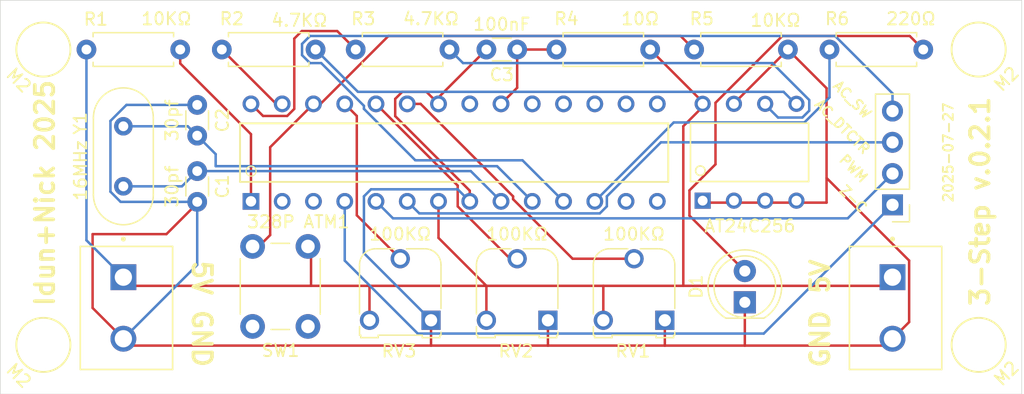
<source format=kicad_pcb>
(kicad_pcb (version 20241229) (generator "pcbnew") (generator_version "9.0")
  (layers (0 "F.Cu" signal) (2 "B.Cu" signal) (13 "F.Paste" user) (15 "B.Paste" user) (5 "F.SilkS" user "F.Silkscreen") (7 "B.SilkS" user "B.Silkscreen") (1 "F.Mask" user) (3 "B.Mask" user) (25 "Edge.Cuts" user))
  (net 0 "")
  (net 1 "Net-(ATM1-VCC)")
  (net 5 "Net-(ATM1-PD3{slash}INT1)")
  (net 7 "Net-(ATM1-PC5{slash}ADC5{slash}SCL)")
  (net 9 "Net-(D1-K)")
  (net 10 "Net-(ATM1-PB6{slash}XTAL1{slash}TOSC1)")
  (net 11 "Net-(ATM1-PC3{slash}ADC3)")
  (net 12 "Net-(ATM1-PC6{slash}~{RESET})")
  (net 13 "Net-(ATM1-PC4{slash}ADC4{slash}SDA)")
  (net 14 "Net-(ATM1-PC0{slash}ADC0)")
  (net 15 "Net-(ATM1-PD4{slash}XCK{slash}T0)")
  (net 18 "Net-(ATM1-PC2{slash}ADC2)")
  (net 19 "Net-(ATM1-PD2{slash}INT0)")
  (net 21 "Net-(ATM1-PD5{slash}T1)")
  (net 22 "Net-(ATM1-PB7{slash}XTAL2{slash}TOSC2)")
  (net 23 "Net-(ATM1-AVCC)")
  (net 24 "Net-(ATM1-PC1{slash}ADC1)")
  (net 25 "Net-(ATM1-PD6{slash}AIN0)")
  (net 28 "Net-(D1-A)")
  (net 29 "Net-(U2-SDA)")
  (net 30 "Net-(U2-SCL)")
  (footprint "Potentiometer_THT:Potentiometer_Runtron_RM-065_Vertical" (layer "F.Cu") (at 127 103.5 180)
    (property "Reference" "RV3" (at 2.6 -2.5 0) (layer "F.SilkS"))
    (property "Value" "100KΩ" (at 2.5 7 0) (layer "F.SilkS"))
    (fp_line (start 5.81 0.52) (end 5.81 4.5) (stroke (width 0.12)) (layer "F.SilkS"))
    (fp_line (start 5.81 -1.21) (end 5.81 -0.52) (stroke (width 0.12)) (layer "F.SilkS"))
    (fp_line (start 5.71 -1.21) (end 5.81 -1.21) (stroke (width 0.12)) (layer "F.SilkS"))
    (fp_line (start 5.71 -1.41) (end 5.71 -1.21) (stroke (width 0.12)) (layer "F.SilkS"))
    (fp_line (start 4.5 5.81) (end 3.01 5.81) (stroke (width 0.12)) (layer "F.SilkS"))
    (fp_line (start 4.29 -1.21) (end 4.29 -1.41) (stroke (width 0.12)) (layer "F.SilkS"))
    (fp_line (start 4.29 -1.41) (end 5.71 -1.41) (stroke (width 0.12)) (layer "F.SilkS"))
    (fp_line (start 1.99 5.81) (end 0.5 5.81) (stroke (width 0.12)) (layer "F.SilkS"))
    (fp_line (start 0.71 -1.21) (end 4.29 -1.21) (stroke (width 0.12)) (layer "F.SilkS"))
    (fp_line (start 0.71 -1.21) (end 0.71 -1.41) (stroke (width 0.12)) (layer "F.SilkS"))
    (fp_line (start -0.71 -1.21) (end -0.81 -1.21) (stroke (width 0.12)) (layer "F.SilkS"))
    (fp_line (start -0.71 -1.41) (end 0.71 -1.41) (stroke (width 0.12)) (layer "F.SilkS"))
    (fp_line (start -0.71 -1.41) (end -0.71 -1.21) (stroke (width 0.12)) (layer "F.SilkS"))
    (fp_line (start -0.81 4.5) (end -0.81 0.96) (stroke (width 0.12)) (layer "F.SilkS"))
    (fp_line (start -0.81 -1.21) (end -0.81 -0.96) (stroke (width 0.12)) (layer "F.SilkS"))
    (fp_arc (start 5.81 4.5) (mid 5.42631 5.42631) (end 4.5 5.81) (stroke (width 0.12)) (layer "F.SilkS"))
    (fp_arc (start 0.5 5.81) (mid -0.42631 5.42631) (end -0.81 4.5) (stroke (width 0.12)) (layer "F.SilkS"))
    (pad "1" thru_hole rect (at 0 0 180) (size 1.56 1.56) (drill 1) (layers "*.Cu" "*.Mask") (net 9 "Net-(D1-K)"))
    (pad "2" thru_hole circle (at 2.5 5 180) (size 1.56 1.56) (drill 1) (layers "*.Cu" "*.Mask") (net 18 "Net-(ATM1-PC2{slash}ADC2)"))
    (pad "3" thru_hole circle (at 5 0 180) (size 1.56 1.56) (drill 1) (layers "*.Cu" "*.Mask") (net 1 "Net-(ATM1-VCC)"))
  )
  (footprint "Mounting Hole:MountingHole_2.2mm_M2" (layer "F.Cu") (at 171.5 105.5)
    (property "Reference" "REF**" (hide yes))
    (property "Value" "M2" (at 2.264731 2.319409 45) (layer "F.SilkS"))
    (fp_circle (center 0 0) (end 2.2 0) (stroke (width 0.15)) (fill no) (layer "F.SilkS"))
    (pad "" np_thru_hole circle (at 0 0) (size 2.2 2.2) (drill 2.2) (layers "*.Cu" "*.Mask"))
  )
  (footprint "Resistor_THT:R_Axial_DIN0207_L6.3mm_D2.5mm_P7.62mm_Horizontal" (layer "F.Cu") (at 128.5 81.5 180)
    (property "Reference" "R3" (at 7 2.5 0) (layer "F.SilkS"))
    (property "Value" "4.7KΩ" (at 1.5 2.5 0) (layer "F.SilkS"))
    (fp_line (start 7.08 1.37) (end 7.08 1.04) (stroke (width 0.12)) (layer "F.SilkS"))
    (fp_line (start 7.08 -1.37) (end 7.08 -1.04) (stroke (width 0.12)) (layer "F.SilkS"))
    (fp_line (start 0.54 1.37) (end 7.08 1.37) (stroke (width 0.12)) (layer "F.SilkS"))
    (fp_line (start 0.54 1.04) (end 0.54 1.37) (stroke (width 0.12)) (layer "F.SilkS"))
    (fp_line (start 0.54 -1.04) (end 0.54 -1.37) (stroke (width 0.12)) (layer "F.SilkS"))
    (fp_line (start 0.54 -1.37) (end 7.08 -1.37) (stroke (width 0.12)) (layer "F.SilkS"))
    (pad "1" thru_hole circle (at 0 0 180) (size 1.6 1.6) (drill 0.8) (layers "*.Cu" "*.Mask") (net 30 "Net-(U2-SCL)"))
    (pad "2" thru_hole circle (at 7.62 0 180) (size 1.6 1.6) (drill 0.8) (layers "*.Cu" "*.Mask") (net 7 "Net-(ATM1-PC5{slash}ADC5{slash}SCL)"))
  )
  (footprint "Mounting Hole:MountingHole_2.2mm_M2" (layer "F.Cu") (at 95.5 81.5)
    (property "Reference" "REF**" (hide yes))
    (property "Value" "M2" (at -2 2.5 315) (layer "F.SilkS"))
    (fp_circle (center 0 0) (end 2.2 0) (stroke (width 0.15)) (fill no) (layer "F.SilkS"))
    (pad "" np_thru_hole circle (at 0 0) (size 2.2 2.2) (drill 2.2) (layers "*.Cu" "*.Mask"))
  )
  (footprint "Footprint Dir:DIP794W46P254L2967H457Q28B" (layer "F.Cu") (at 128.878474 89.87691 90)
    (property "Reference" "ATM1" (at -5.62309 -10.378474 0) (layer "F.SilkS") (effects (font (size 1.000622 1.000622))))
    (property "Value" "328P" (at -5.62309 -14.878474 0) (layer "F.SilkS") (effects (font (size 1.001567 1.001567))))
    (fp_line (start 2.38 -17.4) (end -2.38 -17.4) (stroke (width 0.1524)) (layer "F.SilkS"))
    (fp_line (start -2.38 -17.4) (end -2.38 17.4) (stroke (width 0.1524)) (layer "F.SilkS"))
    (fp_line (start 2.38 17.4) (end 2.38 -17.4) (stroke (width 0.1524)) (layer "F.SilkS"))
    (fp_line (start 2.38 17.4) (end -2.38 17.4) (stroke (width 0.1524)) (layer "F.SilkS"))
    (fp_circle (center -1.5 -16.5) (end -1.206015 -16.217038) (stroke (width 0.1)) (fill no) (layer "F.SilkS"))
    (pad "1" thru_hole rect (at -3.96 -16.51 90) (size 1.358 1.358) (drill 0.85) (layers "*.Cu" "*.Mask") (net 12 "Net-(ATM1-PC6{slash}~{RESET})"))
    (pad "2" thru_hole circle (at -3.96 -13.97 90) (size 1.358 1.358) (drill 0.85) (layers "*.Cu" "*.Mask"))
    (pad "3" thru_hole circle (at -3.96 -11.43 90) (size 1.358 1.358) (drill 0.85) (layers "*.Cu" "*.Mask"))
    (pad "4" thru_hole circle (at -3.96 -8.89 90) (size 1.358 1.358) (drill 0.85) (layers "*.Cu" "*.Mask") (net 19 "Net-(ATM1-PD2{slash}INT0)"))
    (pad "5" thru_hole circle (at -3.96 -6.35 90) (size 1.358 1.358) (drill 0.85) (layers "*.Cu" "*.Mask") (net 5 "Net-(ATM1-PD3{slash}INT1)"))
    (pad "6" thru_hole circle (at -3.96 -3.81 90) (size 1.358 1.358) (drill 0.85) (layers "*.Cu" "*.Mask") (net 15 "Net-(ATM1-PD4{slash}XCK{slash}T0)"))
    (pad "7" thru_hole circle (at -3.96 -1.27 90) (size 1.358 1.358) (drill 0.85) (layers "*.Cu" "*.Mask") (net 1 "Net-(ATM1-VCC)"))
    (pad "8" thru_hole circle (at -3.96 1.27 90) (size 1.358 1.358) (drill 0.85) (layers "*.Cu" "*.Mask") (net 9 "Net-(D1-K)"))
    (pad "9" thru_hole circle (at -3.96 3.81 90) (size 1.358 1.358) (drill 0.85) (layers "*.Cu" "*.Mask") (net 10 "Net-(ATM1-PB6{slash}XTAL1{slash}TOSC1)"))
    (pad "10" thru_hole circle (at -3.96 6.35 90) (size 1.358 1.358) (drill 0.85) (layers "*.Cu" "*.Mask") (net 22 "Net-(ATM1-PB7{slash}XTAL2{slash}TOSC2)"))
    (pad "11" thru_hole circle (at -3.96 8.89 90) (size 1.358 1.358) (drill 0.85) (layers "*.Cu" "*.Mask") (net 21 "Net-(ATM1-PD5{slash}T1)"))
    (pad "12" thru_hole circle (at -3.96 11.43 90) (size 1.358 1.358) (drill 0.85) (layers "*.Cu" "*.Mask") (net 25 "Net-(ATM1-PD6{slash}AIN0)"))
    (pad "13" thru_hole circle (at -3.96 13.97 90) (size 1.358 1.358) (drill 0.85) (layers "*.Cu" "*.Mask"))
    (pad "14" thru_hole circle (at -3.96 16.51 90) (size 1.358 1.358) (drill 0.85) (layers "*.Cu" "*.Mask"))
    (pad "15" thru_hole circle (at 3.96 16.51 90) (size 1.358 1.358) (drill 0.85) (layers "*.Cu" "*.Mask"))
    (pad "16" thru_hole circle (at 3.96 13.97 90) (size 1.358 1.358) (drill 0.85) (layers "*.Cu" "*.Mask"))
    (pad "17" thru_hole circle (at 3.96 11.43 90) (size 1.358 1.358) (drill 0.85) (layers "*.Cu" "*.Mask"))
    (pad "18" thru_hole circle (at 3.96 8.89 90) (size 1.358 1.358) (drill 0.85) (layers "*.Cu" "*.Mask"))
    (pad "19" thru_hole circle (at 3.96 6.35 90) (size 1.358 1.358) (drill 0.85) (layers "*.Cu" "*.Mask"))
    (pad "20" thru_hole circle (at 3.96 3.81 90) (size 1.358 1.358) (drill 0.85) (layers "*.Cu" "*.Mask") (net 23 "Net-(ATM1-AVCC)"))
    (pad "21" thru_hole circle (at 3.96 1.27 90) (size 1.358 1.358) (drill 0.85) (layers "*.Cu" "*.Mask"))
    (pad "22" thru_hole circle (at 3.96 -1.27 90) (size 1.358 1.358) (drill 0.85) (layers "*.Cu" "*.Mask") (net 9 "Net-(D1-K)"))
    (pad "23" thru_hole circle (at 3.96 -3.81 90) (size 1.358 1.358) (drill 0.85) (layers "*.Cu" "*.Mask") (net 14 "Net-(ATM1-PC0{slash}ADC0)"))
    (pad "24" thru_hole circle (at 3.96 -6.35 90) (size 1.358 1.358) (drill 0.85) (layers "*.Cu" "*.Mask") (net 24 "Net-(ATM1-PC1{slash}ADC1)"))
    (pad "25" thru_hole circle (at 3.96 -8.89 90) (size 1.358 1.358) (drill 0.85) (layers "*.Cu" "*.Mask") (net 18 "Net-(ATM1-PC2{slash}ADC2)"))
    (pad "26" thru_hole circle (at 3.96 -11.43 90) (size 1.358 1.358) (drill 0.85) (layers "*.Cu" "*.Mask") (net 11 "Net-(ATM1-PC3{slash}ADC3)"))
    (pad "27" thru_hole circle (at 3.96 -13.97 90) (size 1.358 1.358) (drill 0.85) (layers "*.Cu" "*.Mask") (net 13 "Net-(ATM1-PC4{slash}ADC4{slash}SDA)"))
    (pad "28" thru_hole circle (at 3.96 -16.51 90) (size 1.358 1.358) (drill 0.85) (layers "*.Cu" "*.Mask") (net 7 "Net-(ATM1-PC5{slash}ADC5{slash}SCL)"))
  )
  (footprint "Footprint Dir:HANDSON_KF301-2P" (layer "F.Cu") (at 164.5 102.5 -90)
    (property "Reference" "J2" (hide yes))
    (property "Value" "KF301-2P" (hide yes))
    (fp_line (start -5 3.5) (end -5 -4) (stroke (width 0.127)) (layer "F.SilkS"))
    (fp_line (start 5 3.5) (end -5 3.5) (stroke (width 0.127)) (layer "F.SilkS"))
    (fp_line (start -5 -4) (end 5 -4) (stroke (width 0.127)) (layer "F.SilkS"))
    (fp_line (start 5 -4) (end 5 3.5) (stroke (width 0.127)) (layer "F.SilkS"))
    (fp_circle (center -5.6 0) (end -5.5 0) (stroke (width 0.2)) (fill no) (layer "F.SilkS"))
    (pad "1" thru_hole rect (at -2.5 0 270) (size 2.1 2.1) (drill 1.4) (layers "*.Cu" "*.Mask") (net 1 "Net-(ATM1-VCC)"))
    (pad "2" thru_hole circle (at 2.5 0 270) (size 2.1 2.1) (drill 1.4) (layers "*.Cu" "*.Mask") (net 9 "Net-(D1-K)"))
  )
  (footprint "Mounting Hole:MountingHole_2.2mm_M2" (layer "F.Cu") (at 95.5 105.5)
    (property "Reference" "REF**" (hide yes))
    (property "Value" "M2" (at -2 2.5 315) (layer "F.SilkS"))
    (fp_circle (center 0 0) (end 2.2 0) (stroke (width 0.15)) (fill no) (layer "F.SilkS"))
    (pad "" np_thru_hole circle (at 0 0) (size 2.2 2.2) (drill 2.2) (layers "*.Cu" "*.Mask"))
  )
  (footprint "LED_THT:LED_D5.0mm" (layer "F.Cu") (at 152.5 102.04 90)
    (property "Reference" "D1" (at 1.27 -3.96 90) (layer "F.SilkS"))
    (property "Value" "5V")
    (fp_line (start -1.29 -1.545) (end -1.29 1.545) (stroke (width 0.12)) (layer "F.SilkS"))
    (fp_arc (start -1.29 -1.54483) (mid 2.071779 -2.880495) (end 4.26 0) (stroke (width 0.12)) (layer "F.SilkS"))
    (fp_arc (start 4.26 0) (mid 2.071779 2.880495) (end -1.29 1.54483) (stroke (width 0.12)) (layer "F.SilkS"))
    (fp_circle (center 1.27 0) (end 3.77 0) (stroke (width 0.12)) (fill no) (layer "F.SilkS"))
    (pad "1" thru_hole rect (at 0 0 90) (size 1.8 1.8) (drill 0.9) (layers "*.Cu" "*.Mask") (net 9 "Net-(D1-K)"))
    (pad "2" thru_hole circle (at 2.54 0 90) (size 1.8 1.8) (drill 0.9) (layers "*.Cu" "*.Mask") (net 28 "Net-(D1-A)"))
  )
  (footprint "Resistor_THT:R_Axial_DIN0207_L6.3mm_D2.5mm_P7.62mm_Horizontal" (layer "F.Cu") (at 137.19 81.5)
    (property "Reference" "R4" (at 0.81 -2.5 0) (layer "F.SilkS"))
    (property "Value" "10Ω" (at 6.81 -2.5 0) (layer "F.SilkS"))
    (fp_line (start 0.54 -1.37) (end 7.08 -1.37) (stroke (width 0.12)) (layer "F.SilkS"))
    (fp_line (start 0.54 -1.04) (end 0.54 -1.37) (stroke (width 0.12)) (layer "F.SilkS"))
    (fp_line (start 0.54 1.04) (end 0.54 1.37) (stroke (width 0.12)) (layer "F.SilkS"))
    (fp_line (start 0.54 1.37) (end 7.08 1.37) (stroke (width 0.12)) (layer "F.SilkS"))
    (fp_line (start 7.08 -1.37) (end 7.08 -1.04) (stroke (width 0.12)) (layer "F.SilkS"))
    (fp_line (start 7.08 1.37) (end 7.08 1.04) (stroke (width 0.12)) (layer "F.SilkS"))
    (pad "1" thru_hole circle (at 0 0) (size 1.6 1.6) (drill 0.8) (layers "*.Cu" "*.Mask") (net 23 "Net-(ATM1-AVCC)"))
    (pad "2" thru_hole circle (at 7.62 0) (size 1.6 1.6) (drill 0.8) (layers "*.Cu" "*.Mask") (net 1 "Net-(ATM1-VCC)"))
  )
  (footprint "Capacitor_THT:C_Disc_D3.0mm_W1.6mm_P2.50mm" (layer "F.Cu") (at 108 91.377766 -90)
    (property "Reference" "C1" (at 1.25 -2.05 90) (layer "F.SilkS"))
    (property "Value" "30pf" (at 1.25 2.05 90) (layer "F.SilkS"))
    (fp_line (start 2.015 0.92) (end 0.485 0.92) (stroke (width 0.12)) (layer "F.SilkS"))
    (fp_line (start 0.485 -0.92) (end 2.015 -0.92) (stroke (width 0.12)) (layer "F.SilkS"))
    (pad "1" thru_hole circle (at 0 0 270) (size 1.6 1.6) (drill 0.8) (layers "*.Cu" "*.Mask") (net 10 "Net-(ATM1-PB6{slash}XTAL1{slash}TOSC1)"))
    (pad "2" thru_hole circle (at 2.5 0 270) (size 1.6 1.6) (drill 0.8) (layers "*.Cu" "*.Mask") (net 9 "Net-(D1-K)"))
  )
  (footprint "Resistor_THT:R_Axial_DIN0207_L6.3mm_D2.5mm_P7.62mm_Horizontal" (layer "F.Cu") (at 117.62 81.5 180)
    (property "Reference" "R2" (at 6.81 2.5 0) (layer "F.SilkS"))
    (property "Value" "4.7KΩ" (at 1.31 2.37 0) (layer "F.SilkS"))
    (fp_line (start 7.08 1.37) (end 7.08 1.04) (stroke (width 0.12)) (layer "F.SilkS"))
    (fp_line (start 7.08 -1.37) (end 7.08 -1.04) (stroke (width 0.12)) (layer "F.SilkS"))
    (fp_line (start 0.54 1.37) (end 7.08 1.37) (stroke (width 0.12)) (layer "F.SilkS"))
    (fp_line (start 0.54 1.04) (end 0.54 1.37) (stroke (width 0.12)) (layer "F.SilkS"))
    (fp_line (start 0.54 -1.04) (end 0.54 -1.37) (stroke (width 0.12)) (layer "F.SilkS"))
    (fp_line (start 0.54 -1.37) (end 7.08 -1.37) (stroke (width 0.12)) (layer "F.SilkS"))
    (pad "1" thru_hole circle (at 0 0 180) (size 1.6 1.6) (drill 0.8) (layers "*.Cu" "*.Mask") (net 29 "Net-(U2-SDA)"))
    (pad "2" thru_hole circle (at 7.62 0 180) (size 1.6 1.6) (drill 0.8) (layers "*.Cu" "*.Mask") (net 13 "Net-(ATM1-PC4{slash}ADC4{slash}SDA)"))
  )
  (footprint "Connector_PinHeader_2.54mm:PinHeader_1x04_P2.54mm_Vertical" (layer "F.Cu") (at 164.5 94.12 180)
    (property "Reference" "U1" (hide yes))
    (property "Value" "~")
    (fp_line (start 1.38 1.27) (end 1.38 9) (stroke (width 0.12)) (layer "F.SilkS"))
    (fp_line (start -1.38 9) (end 1.38 9) (stroke (width 0.12)) (layer "F.SilkS"))
    (fp_line (start -1.38 1.27) (end 1.38 1.27) (stroke (width 0.12)) (layer "F.SilkS"))
    (fp_line (start -1.38 1.27) (end -1.38 9) (stroke (width 0.12)) (layer "F.SilkS"))
    (fp_line (start -1.38 0) (end -1.38 -1.38) (stroke (width 0.12)) (layer "F.SilkS"))
    (fp_line (start -1.38 -1.38) (end 0 -1.38) (stroke (width 0.12)) (layer "F.SilkS"))
    (pad "1" thru_hole rect (at 0 0 180) (size 1.7 1.7) (drill 1) (layers "*.Cu" "*.Mask") (net 19 "Net-(ATM1-PD2{slash}INT0)"))
    (pad "2" thru_hole circle (at 0 2.54 180) (size 1.7 1.7) (drill 1) (layers "*.Cu" "*.Mask") (net 5 "Net-(ATM1-PD3{slash}INT1)"))
    (pad "3" thru_hole circle (at 0 5.08 180) (size 1.7 1.7) (drill 1) (layers "*.Cu" "*.Mask") (net 15 "Net-(ATM1-PD4{slash}XCK{slash}T0)"))
    (pad "4" thru_hole circle (at 0 7.62 180) (size 1.7 1.7) (drill 1) (layers "*.Cu" "*.Mask") (net 21 "Net-(ATM1-PD5{slash}T1)"))
  )
  (footprint "Capacitor_THT:C_Disc_D3.0mm_W1.6mm_P2.50mm" (layer "F.Cu") (at 108 86 -90)
    (property "Reference" "C2" (at 1.25 -2.05 90) (layer "F.SilkS"))
    (property "Value" "30pf" (at 1.25 2.05 90) (layer "F.SilkS"))
    (fp_line (start 2.015 0.92) (end 0.485 0.92) (stroke (width 0.12)) (layer "F.SilkS"))
    (fp_line (start 0.485 -0.92) (end 2.015 -0.92) (stroke (width 0.12)) (layer "F.SilkS"))
    (pad "1" thru_hole circle (at 0 0 270) (size 1.6 1.6) (drill 0.8) (layers "*.Cu" "*.Mask") (net 9 "Net-(D1-K)"))
    (pad "2" thru_hole circle (at 2.5 0 270) (size 1.6 1.6) (drill 0.8) (layers "*.Cu" "*.Mask") (net 22 "Net-(ATM1-PB7{slash}XTAL2{slash}TOSC2)"))
  )
  (footprint "Button_Switch_THT:SW_PUSH_6mm_H5mm" (layer "F.Cu") (at 112.5 104 90)
    (property "Reference" "SW1" (at -1.952587 2.273953 180) (layer "F.SilkS"))
    (property "Value" "SW_Push")
    (fp_line (start 5.5 -1) (end 1 -1) (stroke (width 0.12)) (layer "F.SilkS"))
    (fp_line (start -0.25 1.5) (end -0.25 3) (stroke (width 0.12)) (layer "F.SilkS"))
    (fp_line (start 6.75 3) (end 6.75 1.5) (stroke (width 0.12)) (layer "F.SilkS"))
    (fp_line (start 1 5.5) (end 5.5 5.5) (stroke (width 0.12)) (layer "F.SilkS"))
    (pad "1" thru_hole circle (at 0 0 180) (size 2 2) (drill 1.1) (layers "*.Cu" "*.Mask") (net 11 "Net-(ATM1-PC3{slash}ADC3)"))
    (pad "1" thru_hole circle (at 6.5 0 180) (size 2 2) (drill 1.1) (layers "*.Cu" "*.Mask") (net 11 "Net-(ATM1-PC3{slash}ADC3)"))
    (pad "2" thru_hole circle (at 0 4.5 180) (size 2 2) (drill 1.1) (layers "*.Cu" "*.Mask") (net 1 "Net-(ATM1-VCC)"))
    (pad "2" thru_hole circle (at 6.5 4.5 180) (size 2 2) (drill 1.1) (layers "*.Cu" "*.Mask") (net 1 "Net-(ATM1-VCC)"))
  )
  (footprint "Mounting Hole:MountingHole_2.2mm_M2" (layer "F.Cu") (at 171.5 81.5)
    (property "Reference" "REF**" (hide yes))
    (property "Value" "M2" (at 2.264731 2.392307 45) (layer "F.SilkS"))
    (fp_circle (center 0 0) (end 2.2 0) (stroke (width 0.15)) (fill no) (layer "F.SilkS"))
    (pad "" np_thru_hole circle (at 0 0) (size 2.2 2.2) (drill 2.2) (layers "*.Cu" "*.Mask"))
  )
  (footprint "Resistor_THT:R_Axial_DIN0207_L6.3mm_D2.5mm_P7.62mm_Horizontal" (layer "F.Cu") (at 156 81.5 180)
    (property "Reference" "R5" (at 7 2.5 0) (layer "F.SilkS"))
    (property "Value" "10KΩ" (at 1 2.37 0) (layer "F.SilkS"))
    (fp_line (start 7.08 1.37) (end 7.08 1.04) (stroke (width 0.12)) (layer "F.SilkS"))
    (fp_line (start 7.08 -1.37) (end 7.08 -1.04) (stroke (width 0.12)) (layer "F.SilkS"))
    (fp_line (start 0.54 1.37) (end 7.08 1.37) (stroke (width 0.12)) (layer "F.SilkS"))
    (fp_line (start 0.54 1.04) (end 0.54 1.37) (stroke (width 0.12)) (layer "F.SilkS"))
    (fp_line (start 0.54 -1.04) (end 0.54 -1.37) (stroke (width 0.12)) (layer "F.SilkS"))
    (fp_line (start 0.54 -1.37) (end 7.08 -1.37) (stroke (width 0.12)) (layer "F.SilkS"))
    (pad "1" thru_hole circle (at 0 0 180) (size 1.6 1.6) (drill 0.8) (layers "*.Cu" "*.Mask") (net 9 "Net-(D1-K)"))
    (pad "2" thru_hole circle (at 7.62 0 180) (size 1.6 1.6) (drill 0.8) (layers "*.Cu" "*.Mask") (net 11 "Net-(ATM1-PC3{slash}ADC3)"))
  )
  (footprint "Footprint Dir:DIP787W46P254L927H533Q8" (layer "F.Cu") (at 152.883392 89.846304 90)
    (property "Reference" "U2")
    (property "Value" "AT24C256" (at -5.994797 0.029019 0) (layer "F.SilkS"))
    (fp_line (start -2.379124 -4.800172) (end 2.358751 -4.800005) (stroke (width 0.127)) (layer "F.SilkS"))
    (fp_line (start 2.358751 -4.795921) (end 2.358751 4.773989) (stroke (width 0.127)) (layer "F.SilkS"))
    (fp_line (start 2.358751 4.8) (end -2.379124 4.8) (stroke (width 0.127)) (layer "F.SilkS"))
    (fp_line (start -2.379124 4.803206) (end -2.379124 -4.790077) (stroke (width 0.127)) (layer "F.SilkS"))
    (fp_circle (center -1.5 -4) (end -1.114125 -4) (stroke (width 0.127)) (fill no) (layer "F.SilkS"))
    (pad "1" thru_hole rect (at -3.935 -3.81 90) (size 1.308 1.308) (drill 0.8) (layers "*.Cu" "*.Mask") (net 9 "Net-(D1-K)"))
    (pad "2" thru_hole circle (at -3.935 -1.27 90) (size 1.308 1.308) (drill 0.8) (layers "*.Cu" "*.Mask") (net 9 "Net-(D1-K)"))
    (pad "3" thru_hole circle (at -3.935 1.27 90) (size 1.308 1.308) (drill 0.8) (layers "*.Cu" "*.Mask") (net 9 "Net-(D1-K)"))
    (pad "4" thru_hole circle (at -3.935 3.81 90) (size 1.308 1.308) (drill 0.8) (layers "*.Cu" "*.Mask") (net 9 "Net-(D1-K)"))
    (pad "5" thru_hole circle (at 3.935 3.81 90) (size 1.308 1.308) (drill 0.8) (layers "*.Cu" "*.Mask") (net 29 "Net-(U2-SDA)"))
    (pad "6" thru_hole circle (at 3.935 1.27 90) (size 1.308 1.308) (drill 0.8) (layers "*.Cu" "*.Mask") (net 30 "Net-(U2-SCL)"))
    (pad "7" thru_hole circle (at 3.935 -1.27 90) (size 1.308 1.308) (drill 0.8) (layers "*.Cu" "*.Mask") (net 9 "Net-(D1-K)"))
    (pad "8" thru_hole circle (at 3.935 -3.81 90) (size 1.308 1.308) (drill 0.8) (layers "*.Cu" "*.Mask") (net 1 "Net-(ATM1-VCC)"))
  )
  (footprint "Crystal:Crystal_HC49-U_Vertical" (layer "F.Cu") (at 101.999999 92.616745 90)
    (property "Reference" "Y1" (at 5.116745 -3.499999 90) (layer "F.SilkS"))
    (property "Value" "16MHz" (at 1.29349 -3.479998 90) (layer "F.SilkS"))
    (fp_line (start -0.685 -2.435) (end 5.565 -2.435) (stroke (width 0.12)) (layer "F.SilkS"))
    (fp_line (start 5.565 2.435) (end -0.685 2.435) (stroke (width 0.12)) (layer "F.SilkS"))
    (fp_arc (start 5.565 -2.435) (mid 8 0) (end 5.565 2.435) (stroke (width 0.12)) (layer "F.SilkS"))
    (fp_arc (start -0.685 2.435) (mid -3.12 0) (end -0.685 -2.435) (stroke (width 0.12)) (layer "F.SilkS"))
    (pad "1" thru_hole circle (at 0 0 90) (size 1.5 1.5) (drill 0.8) (layers "*.Cu" "*.Mask") (net 10 "Net-(ATM1-PB6{slash}XTAL1{slash}TOSC1)"))
    (pad "2" thru_hole circle (at 4.88 0 90) (size 1.5 1.5) (drill 0.8) (layers "*.Cu" "*.Mask") (net 22 "Net-(ATM1-PB7{slash}XTAL2{slash}TOSC2)"))
  )
  (footprint "Footprint Dir:HANDSON_KF301-2P" (layer "F.Cu") (at 102 102.5 -90)
    (property "Reference" "J1" (hide yes))
    (property "Value" "KF301-2P" (hide yes))
    (fp_line (start -5 3.5) (end -5 -4) (stroke (width 0.127)) (layer "F.SilkS"))
    (fp_line (start 5 3.5) (end -5 3.5) (stroke (width 0.127)) (layer "F.SilkS"))
    (fp_line (start -5 -4) (end 5 -4) (stroke (width 0.127)) (layer "F.SilkS"))
    (fp_line (start 5 -4) (end 5 3.5) (stroke (width 0.127)) (layer "F.SilkS"))
    (fp_circle (center -5.6 0) (end -5.5 0) (stroke (width 0.2)) (fill no) (layer "F.SilkS"))
    (pad "1" thru_hole rect (at -2.5 0 270) (size 2.1 2.1) (drill 1.4) (layers "*.Cu" "*.Mask") (net 1 "Net-(ATM1-VCC)"))
    (pad "2" thru_hole circle (at 2.5 0 270) (size 2.1 2.1) (drill 1.4) (layers "*.Cu" "*.Mask") (net 9 "Net-(D1-K)"))
  )
  (footprint "Potentiometer_THT:Potentiometer_Runtron_RM-065_Vertical" (layer "F.Cu") (at 136.5 103.5 180)
    (property "Reference" "RV2" (at 2.6 -2.5 0) (layer "F.SilkS"))
    (property "Value" "100KΩ" (at 2.5 7 0) (layer "F.SilkS"))
    (fp_line (start 5.81 0.52) (end 5.81 4.5) (stroke (width 0.12)) (layer "F.SilkS"))
    (fp_line (start 5.81 -1.21) (end 5.81 -0.52) (stroke (width 0.12)) (layer "F.SilkS"))
    (fp_line (start 5.71 -1.21) (end 5.81 -1.21) (stroke (width 0.12)) (layer "F.SilkS"))
    (fp_line (start 5.71 -1.41) (end 5.71 -1.21) (stroke (width 0.12)) (layer "F.SilkS"))
    (fp_line (start 4.5 5.81) (end 3.01 5.81) (stroke (width 0.12)) (layer "F.SilkS"))
    (fp_line (start 4.29 -1.21) (end 4.29 -1.41) (stroke (width 0.12)) (layer "F.SilkS"))
    (fp_line (start 4.29 -1.41) (end 5.71 -1.41) (stroke (width 0.12)) (layer "F.SilkS"))
    (fp_line (start 1.99 5.81) (end 0.5 5.81) (stroke (width 0.12)) (layer "F.SilkS"))
    (fp_line (start 0.71 -1.21) (end 4.29 -1.21) (stroke (width 0.12)) (layer "F.SilkS"))
    (fp_line (start 0.71 -1.21) (end 0.71 -1.41) (stroke (width 0.12)) (layer "F.SilkS"))
    (fp_line (start -0.71 -1.21) (end -0.81 -1.21) (stroke (width 0.12)) (layer "F.SilkS"))
    (fp_line (start -0.71 -1.41) (end 0.71 -1.41) (stroke (width 0.12)) (layer "F.SilkS"))
    (fp_line (start -0.71 -1.41) (end -0.71 -1.21) (stroke (width 0.12)) (layer "F.SilkS"))
    (fp_line (start -0.81 4.5) (end -0.81 0.96) (stroke (width 0.12)) (layer "F.SilkS"))
    (fp_line (start -0.81 -1.21) (end -0.81 -0.96) (stroke (width 0.12)) (layer "F.SilkS"))
    (fp_arc (start 5.81 4.5) (mid 5.42631 5.42631) (end 4.5 5.81) (stroke (width 0.12)) (layer "F.SilkS"))
    (fp_arc (start 0.5 5.81) (mid -0.42631 5.42631) (end -0.81 4.5) (stroke (width 0.12)) (layer "F.SilkS"))
    (pad "1" thru_hole rect (at 0 0 180) (size 1.56 1.56) (drill 1) (layers "*.Cu" "*.Mask") (net 9 "Net-(D1-K)"))
    (pad "2" thru_hole circle (at 2.5 5 180) (size 1.56 1.56) (drill 1) (layers "*.Cu" "*.Mask") (net 24 "Net-(ATM1-PC1{slash}ADC1)"))
    (pad "3" thru_hole circle (at 5 0 180) (size 1.56 1.56) (drill 1) (layers "*.Cu" "*.Mask") (net 1 "Net-(ATM1-VCC)"))
  )
  (footprint "Potentiometer_THT:Potentiometer_Runtron_RM-065_Vertical" (layer "F.Cu") (at 146 103.5 180)
    (property "Reference" "RV1" (at 2.6 -2.5 0) (layer "F.SilkS"))
    (property "Value" "100KΩ" (at 2.5 7 0) (layer "F.SilkS"))
    (fp_line (start 5.81 0.52) (end 5.81 4.5) (stroke (width 0.12)) (layer "F.SilkS"))
    (fp_line (start 5.81 -1.21) (end 5.81 -0.52) (stroke (width 0.12)) (layer "F.SilkS"))
    (fp_line (start 5.71 -1.21) (end 5.81 -1.21) (stroke (width 0.12)) (layer "F.SilkS"))
    (fp_line (start 5.71 -1.41) (end 5.71 -1.21) (stroke (width 0.12)) (layer "F.SilkS"))
    (fp_line (start 4.5 5.81) (end 3.01 5.81) (stroke (width 0.12)) (layer "F.SilkS"))
    (fp_line (start 4.29 -1.21) (end 4.29 -1.41) (stroke (width 0.12)) (layer "F.SilkS"))
    (fp_line (start 4.29 -1.41) (end 5.71 -1.41) (stroke (width 0.12)) (layer "F.SilkS"))
    (fp_line (start 1.99 5.81) (end 0.5 5.81) (stroke (width 0.12)) (layer "F.SilkS"))
    (fp_line (start 0.71 -1.21) (end 4.29 -1.21) (stroke (width 0.12)) (layer "F.SilkS"))
    (fp_line (start 0.71 -1.21) (end 0.71 -1.41) (stroke (width 0.12)) (layer "F.SilkS"))
    (fp_line (start -0.71 -1.21) (end -0.81 -1.21) (stroke (width 0.12)) (layer "F.SilkS"))
    (fp_line (start -0.71 -1.41) (end 0.71 -1.41) (stroke (width 0.12)) (layer "F.SilkS"))
    (fp_line (start -0.71 -1.41) (end -0.71 -1.21) (stroke (width 0.12)) (layer "F.SilkS"))
    (fp_line (start -0.81 4.5) (end -0.81 0.96) (stroke (width 0.12)) (layer "F.SilkS"))
    (fp_line (start -0.81 -1.21) (end -0.81 -0.96) (stroke (width 0.12)) (layer "F.SilkS"))
    (fp_arc (start 5.81 4.5) (mid 5.42631 5.42631) (end 4.5 5.81) (stroke (width 0.12)) (layer "F.SilkS"))
    (fp_arc (start 0.5 5.81) (mid -0.42631 5.42631) (end -0.81 4.5) (stroke (width 0.12)) (layer "F.SilkS"))
    (pad "1" thru_hole rect (at 0 0 180) (size 1.56 1.56) (drill 1) (layers "*.Cu" "*.Mask") (net 9 "Net-(D1-K)"))
    (pad "2" thru_hole circle (at 2.5 5 180) (size 1.56 1.56) (drill 1) (layers "*.Cu" "*.Mask") (net 14 "Net-(ATM1-PC0{slash}ADC0)"))
    (pad "3" thru_hole circle (at 5 0 180) (size 1.56 1.56) (drill 1) (layers "*.Cu" "*.Mask") (net 1 "Net-(ATM1-VCC)"))
  )
  (footprint "Resistor_THT:R_Axial_DIN0207_L6.3mm_D2.5mm_P7.62mm_Horizontal" (layer "F.Cu") (at 159.38 81.5)
    (property "Reference" "R6" (at 0.62 -2.5 0) (layer "F.SilkS"))
    (property "Value" "220Ω" (at 6.62 -2.5 0) (layer "F.SilkS"))
    (fp_line (start 0.54 -1.37) (end 7.08 -1.37) (stroke (width 0.12)) (layer "F.SilkS"))
    (fp_line (start 0.54 -1.04) (end 0.54 -1.37) (stroke (width 0.12)) (layer "F.SilkS"))
    (fp_line (start 0.54 1.04) (end 0.54 1.37) (stroke (width 0.12)) (layer "F.SilkS"))
    (fp_line (start 0.54 1.37) (end 7.08 1.37) (stroke (width 0.12)) (layer "F.SilkS"))
    (fp_line (start 7.08 -1.37) (end 7.08 -1.04) (stroke (width 0.12)) (layer "F.SilkS"))
    (fp_line (start 7.08 1.37) (end 7.08 1.04) (stroke (width 0.12)) (layer "F.SilkS"))
    (pad "1" thru_hole circle (at 0 0) (size 1.6 1.6) (drill 0.8) (layers "*.Cu" "*.Mask") (net 25 "Net-(ATM1-PD6{slash}AIN0)"))
    (pad "2" thru_hole circle (at 7.62 0) (size 1.6 1.6) (drill 0.8) (layers "*.Cu" "*.Mask") (net 28 "Net-(D1-A)"))
  )
  (footprint "Capacitor_THT:C_Disc_D3.0mm_W1.6mm_P2.50mm" (layer "F.Cu") (at 134 81.5 180)
    (property "Reference" "C3" (at 1.25 -2.05 0) (layer "F.SilkS"))
    (property "Value" "100nF" (at 1.25 2.05 0) (layer "F.SilkS"))
    (fp_line (start 2.015 0.92) (end 0.485 0.92) (stroke (width 0.12)) (layer "F.SilkS"))
    (fp_line (start 0.485 -0.92) (end 2.015 -0.92) (stroke (width 0.12)) (layer "F.SilkS"))
    (pad "1" thru_hole circle (at 0 0 180) (size 1.6 1.6) (drill 0.8) (layers "*.Cu" "*.Mask") (net 23 "Net-(ATM1-AVCC)"))
    (pad "2" thru_hole circle (at 2.5 0 180) (size 1.6 1.6) (drill 0.8) (layers "*.Cu" "*.Mask") (net 9 "Net-(D1-K)"))
  )
  (footprint "Resistor_THT:R_Axial_DIN0207_L6.3mm_D2.5mm_P7.62mm_Horizontal" (layer "F.Cu") (at 106.62 81.5 180)
    (property "Reference" "R1" (at 6.857654 2.464324 0) (layer "F.SilkS"))
    (property "Value" "10KΩ" (at 1.12 2.5 0) (layer "F.SilkS"))
    (fp_line (start 7.08 1.37) (end 7.08 1.04) (stroke (width 0.12)) (layer "F.SilkS"))
    (fp_line (start 7.08 -1.37) (end 7.08 -1.04) (stroke (width 0.12)) (layer "F.SilkS"))
    (fp_line (start 0.54 1.37) (end 7.08 1.37) (stroke (width 0.12)) (layer "F.SilkS"))
    (fp_line (start 0.54 1.04) (end 0.54 1.37) (stroke (width 0.12)) (layer "F.SilkS"))
    (fp_line (start 0.54 -1.04) (end 0.54 -1.37) (stroke (width 0.12)) (layer "F.SilkS"))
    (fp_line (start 0.54 -1.37) (end 7.08 -1.37) (stroke (width 0.12)) (layer "F.SilkS"))
    (pad "1" thru_hole circle (at 0 0 180) (size 1.6 1.6) (drill 0.8) (layers "*.Cu" "*.Mask") (net 12 "Net-(ATM1-PC6{slash}~{RESET})"))
    (pad "2" thru_hole circle (at 7.62 0 180) (size 1.6 1.6) (drill 0.8) (layers "*.Cu" "*.Mask") (net 1 "Net-(ATM1-VCC)"))
  )
  (gr_rect (start 92 77.5) (end 175 109.5) (stroke (width 0.05)) (fill no) (layer "Edge.Cuts"))
  (gr_text "GND" (at 107.5 102.5 270) (layer "F.SilkS") (effects (font (size 1.5 1.5) (thickness 0.3) (bold yes)) (justify left bottom)))
  (gr_text "Z-C" (at 160 93 315) (layer "F.SilkS") (effects (font (size 0.8 0.8) (thickness 0.15) (bold yes)) (justify left bottom)))
  (gr_text "GND" (at 159.5 107.5 90) (layer "F.SilkS") (effects (font (size 1.5 1.5) (thickness 0.3) (bold yes)) (justify left bottom)))
  (gr_text "5V" (at 107.5 98.5 270) (layer "F.SilkS") (effects (font (size 1.5 1.5) (thickness 0.3) (bold yes)) (justify left bottom)))
  (gr_text "3-Step v.0.2.1" (at 172.5 102.5 90) (layer "F.SilkS") (effects (font (size 1.5 1.5) (thickness 0.3) (bold yes)) (justify left bottom)))
  (gr_text "5V" (at 159.5 101.5 90) (layer "F.SilkS") (effects (font (size 1.5 1.5) (thickness 0.3) (bold yes)) (justify left bottom)))
  (gr_text "Idun+Nick 2025" (at 96.5 102.5 90) (layer "F.SilkS") (effects (font (size 1.5 1.5) (thickness 0.3) (bold yes)) (justify left bottom)))
  (gr_text "2025-07-27" (at 169.5 94 90) (layer "F.SilkS") (effects (font (size 0.8 0.8) (thickness 0.15) (bold yes)) (justify left bottom)))
  (gr_text "PWM" (at 160 90.5 315) (layer "F.SilkS") (effects (font (size 0.8 0.8) (thickness 0.15) (bold yes)) (justify left bottom)))
  (gr_text "AC_SW" (at 159.5 84.5 315) (layer "F.SilkS") (effects (font (size 0.8 0.8) (thickness 0.15) (bold yes)) (justify left bottom)))
  (gr_text "AC_DTCTR" (at 158 86 315) (layer "F.SilkS") (effects (font (size 0.8 0.8) (thickness 0.15) (bold yes)) (justify left bottom)))
  (segment (start 122 103.5) (end 122 100.701) (width 0.2) (layer "F.Cu") (net 1))
  (segment (start 127.608474 96.809474) (end 131.5 100.701) (width 0.2) (layer "F.Cu") (net 1))
  (segment (start 131.5 100.701) (end 141 100.701) (width 0.2) (layer "F.Cu") (net 1))
  (segment (start 147.5 100.701) (end 163.799 100.701) (width 0.2) (layer "F.Cu") (net 1))
  (segment (start 127.608474 93.83691) (end 127.608474 96.809474) (width 0.2) (layer "F.Cu") (net 1))
  (segment (start 117.255213 100.701) (end 122 100.701) (width 0.2) (layer "F.Cu") (net 1))
  (segment (start 144.81 81.5) (end 149.160981 85.850981) (width 0.2) (layer "F.Cu") (net 1))
  (segment (start 147.5 87.731184) (end 147.5 100.701) (width 0.2) (layer "F.Cu") (net 1))
  (segment (start 102.201 100.701) (end 117.255213 100.701) (width 0.2) (layer "F.Cu") (net 1))
  (segment (start 149.160981 86.070203) (end 147.5 87.731184) (width 0.2) (layer "F.Cu") (net 1))
  (segment (start 117.25 100.695787) (end 117.255213 100.701) (width 0.2) (layer "F.Cu") (net 1))
  (segment (start 131.5 103.5) (end 131.5 100.701) (width 0.2) (layer "F.Cu") (net 1))
  (segment (start 141 100.701) (end 147.5 100.701) (width 0.2) (layer "F.Cu") (net 1))
  (segment (start 122 100.701) (end 131.5 100.701) (width 0.2) (layer "F.Cu") (net 1))
  (segment (start 141 103.5) (end 141 100.701) (width 0.2) (layer "F.Cu") (net 1))
  (segment (start 117.25 97.75657) (end 117.25 100.695787) (width 0.2) (layer "F.Cu") (net 1))
  (segment (start 99 81.5) (end 99 97) (width 0.2) (layer "B.Cu") (net 1))
  (segment (start 99 97) (end 102 100) (width 0.2) (layer "B.Cu") (net 1))
  (segment (start 123.909474 95.21791) (end 122.528474 93.83691) (width 0.2) (layer "B.Cu") (net 5))
  (segment (start 160.86209 95.21791) (end 123.909474 95.21791) (width 0.2) (layer "B.Cu") (net 5))
  (segment (start 164.5 91.58) (end 160.86209 95.21791) (width 0.2) (layer "B.Cu") (net 5))
  (segment (start 116.5 80) (end 115.888474 80.611526) (width 0.2) (layer "F.Cu") (net 7))
  (segment (start 113.348474 86.89691) (end 112.368474 85.91691) (width 0.2) (layer "F.Cu") (net 7))
  (segment (start 115.314404 86.89691) (end 113.348474 86.89691) (width 0.2) (layer "F.Cu") (net 7))
  (segment (start 120.88 81.5) (end 119.38 80) (width 0.2) (layer "F.Cu") (net 7))
  (segment (start 115.888474 80.611526) (end 115.888474 86.32284) (width 0.2) (layer "F.Cu") (net 7))
  (segment (start 115.888474 86.32284) (end 115.314404 86.89691) (width 0.2) (layer "F.Cu") (net 7))
  (segment (start 119.38 80) (end 116.5 80) (width 0.2) (layer "F.Cu") (net 7))
  (segment (start 159.142203 91.940203) (end 165.851 98.649) (width 0.2) (layer "F.Cu") (net 9))
  (segment (start 152.5 102.04) (end 152.5 105.55757) (width 0.2) (layer "F.Cu") (net 9))
  (segment (start 131.5 81.5) (end 127.608474 85.391526) (width 0.2) (layer "F.Cu") (net 9))
  (segment (start 130.148474 92.96981) (end 130.148474 93.83691) (width 0.2) (layer "F.Cu") (net 9))
  (segment (start 99.5 96.5) (end 99.5 102.5) (width 0.2) (layer "F.Cu") (net 9))
  (segment (start 127.608474 85.91691) (end 126.628474 84.93691) (width 0.2) (layer "F.Cu") (net 9))
  (segment (start 127 103.5) (end 127 105.55757) (width 0.2) (layer "F.Cu") (net 9))
  (segment (start 108 94) (end 105.5 96.5) (width 0.2) (layer "F.Cu") (net 9))
  (segment (start 126.628474 84.93691) (end 124.662544 84.93691) (width 0.2) (layer "F.Cu") (net 9))
  (segment (start 124.662544 84.93691) (end 124.088474 85.51098) (width 0.2) (layer "F.Cu") (net 9))
  (segment (start 165.851 98.649) (end 165.851 103.649) (width 0.2) (layer "F.Cu") (net 9))
  (segment (start 156 81.5) (end 151.700981 85.799019) (width 0.2) (layer "F.Cu") (net 9))
  (segment (start 127 105.55757) (end 136.5 105.55757) (width 0.2) (layer "F.Cu") (net 9))
  (segment (start 159.142203 84.642203) (end 159.142203 93.940203) (width 0.2) (layer "F.Cu") (net 9))
  (segment (start 99.5 102.5) (end 102 105) (width 0.2) (layer "F.Cu") (net 9))
  (segment (start 165.851 103.649) (end 164.5 105) (width 0.2) (layer "F.Cu") (net 9))
  (segment (start 124.088474 85.51098) (end 124.088474 86.90981) (width 0.2) (layer "F.Cu") (net 9))
  (segment (start 156 81.5) (end 159.142203 84.642203) (width 0.2) (layer "F.Cu") (net 9))
  (segment (start 136.5 103.5) (end 136.5 105.55757) (width 0.2) (layer "F.Cu") (net 9))
  (segment (start 151.700981 93.940203) (end 154.240981 93.940203) (width 0.2) (layer "F.Cu") (net 9))
  (segment (start 146 103.5) (end 146 105.55757) (width 0.2) (layer "F.Cu") (net 9))
  (segment (start 102.05757 105.55757) (end 127 105.55757) (width 0.2) (layer "F.Cu") (net 9))
  (segment (start 156.780981 93.940203) (end 159.142203 93.940203) (width 0.2) (layer "F.Cu") (net 9))
  (segment (start 136.5 105.55757) (end 146 105.55757) (width 0.2) (layer "F.Cu") (net 9))
  (segment (start 149.160981 93.940203) (end 151.700981 93.940203) (width 0.2) (layer "F.Cu") (net 9))
  (segment (start 152.5 105.55757) (end 163.94243 105.55757) (width 0.2) (layer "F.Cu") (net 9))
  (segment (start 124.088474 86.90981) (end 130.148474 92.96981) (width 0.2) (layer "F.Cu") (net 9))
  (segment (start 154.240981 93.940203) (end 156.780981 93.940203) (width 0.2) (layer "F.Cu") (net 9))
  (segment (start 105.5 96.5) (end 99.5 96.5) (width 0.2) (layer "F.Cu") (net 9))
  (segment (start 146 105.55757) (end 152.5 105.55757) (width 0.2) (layer "F.Cu") (net 9))
  (segment (start 108 99) (end 102 105) (width 0.2) (layer "B.Cu") (net 9))
  (segment (start 108 93.877766) (end 108 99) (width 0.2) (layer "B.Cu") (net 9))
  (segment (start 100.948999 87.301406) (end 100.948999 93.052084) (width 0.2) (layer "B.Cu") (net 9))
  (segment (start 108 86) (end 102.250405 86) (width 0.2) (layer "B.Cu") (net 9))
  (segment (start 101.774681 93.877766) (end 108 93.877766) (width 0.2) (layer "B.Cu") (net 9))
  (segment (start 129.168474 92.85691) (end 122.122544 92.85691) (width 0.2) (layer "B.Cu") (net 9))
  (segment (start 102.250405 86) (end 100.948999 87.301406) (width 0.2) (layer "B.Cu") (net 9))
  (segment (start 130.148474 93.83691) (end 129.168474 92.85691) (width 0.2) (layer "B.Cu") (net 9))
  (segment (start 122.122544 92.85691) (end 121.548474 93.43098) (width 0.2) (layer "B.Cu") (net 9))
  (segment (start 121.548474 98.048474) (end 127 103.5) (width 0.2) (layer "B.Cu") (net 9))
  (segment (start 100.948999 93.052084) (end 101.774681 93.877766) (width 0.2) (layer "B.Cu") (net 9))
  (segment (start 121.548474 93.43098) (end 121.548474 98.048474) (width 0.2) (layer "B.Cu") (net 9))
  (segment (start 132.688474 93.83691) (end 130.22933 91.377766) (width 0.2) (layer "B.Cu") (net 10))
  (segment (start 130.22933 91.377766) (end 108 91.377766) (width 0.2) (layer "B.Cu") (net 10))
  (segment (start 101.999999 92.616745) (end 106.761021 92.616745) (width 0.2) (layer "B.Cu") (net 10))
  (segment (start 106.761021 92.616745) (end 108 91.377766) (width 0.2) (layer "B.Cu") (net 10))
  (segment (start 123.53805 80.399) (end 118.02014 85.91691) (width 0.2) (layer "F.Cu") (net 11))
  (segment (start 113.928474 89.43691) (end 113.928474 96.578096) (width 0.2) (layer "F.Cu") (net 11))
  (segment (start 117.448474 85.91691) (end 113.928474 89.43691) (width 0.2) (layer "F.Cu") (net 11))
  (segment (start 147.279 80.399) (end 123.53805 80.399) (width 0.2) (layer "F.Cu") (net 11))
  (segment (start 148.38 81.5) (end 147.279 80.399) (width 0.2) (layer "F.Cu") (net 11))
  (segment (start 113.928474 96.578096) (end 112.75 97.75657) (width 0.2) (layer "F.Cu") (net 11))
  (segment (start 106.62 81.5) (end 106.62 82.63137) (width 0.2) (layer "F.Cu") (net 12))
  (segment (start 106.62 82.63137) (end 112.368474 88.379844) (width 0.2) (layer "F.Cu") (net 12))
  (segment (start 112.368474 88.379844) (end 112.368474 93.83691) (width 0.2) (layer "F.Cu") (net 12))
  (segment (start 110 81.5) (end 114.41691 85.91691) (width 0.2) (layer "F.Cu") (net 13))
  (segment (start 138.505634 98.5) (end 143.5 98.5) (width 0.2) (layer "F.Cu") (net 14))
  (segment (start 133.668474 93.66284) (end 138.505634 98.5) (width 0.2) (layer "F.Cu") (net 14))
  (segment (start 126.154404 85.91691) (end 133.668474 93.43098) (width 0.2) (layer "F.Cu") (net 14))
  (segment (start 125.068474 85.91691) (end 126.154404 85.91691) (width 0.2) (layer "F.Cu") (net 14))
  (segment (start 133.668474 93.43098) (end 133.668474 93.66284) (width 0.2) (layer "F.Cu") (net 14))
  (segment (start 141.288474 94.24284) (end 140.714404 94.81691) (width 0.2) (layer "B.Cu") (net 15))
  (segment (start 140.714404 94.81691) (end 126.048474 94.81691) (width 0.2) (layer "B.Cu") (net 15))
  (segment (start 126.048474 94.81691) (end 125.068474 93.83691) (width 0.2) (layer "B.Cu") (net 15))
  (segment (start 164.5 89.04) (end 145.679454 89.04) (width 0.2) (layer "B.Cu") (net 15))
  (segment (start 141.288474 93.43098) (end 141.288474 94.24284) (width 0.2) (layer "B.Cu") (net 15))
  (segment (start 145.679454 89.04) (end 141.288474 93.43098) (width 0.2) (layer "B.Cu") (net 15))
  (segment (start 120.968474 86.89691) (end 120.968474 94.968474) (width 0.2) (layer "F.Cu") (net 18))
  (segment (start 119.988474 85.91691) (end 120.968474 86.89691) (width 0.2) (layer "F.Cu") (net 18))
  (segment (start 120.968474 94.968474) (end 124.5 98.5) (width 0.2) (layer "F.Cu") (net 18))
  (segment (start 119.988474 98.650474) (end 119.988474 93.83691) (width 0.2) (layer "B.Cu") (net 19))
  (segment (start 164.5 94.12) (end 154.039 104.581) (width 0.2) (layer "B.Cu") (net 19))
  (segment (start 154.039 104.581) (end 125.919 104.581) (width 0.2) (layer "B.Cu") (net 19))
  (segment (start 125.919 104.581) (end 119.988474 98.650474) (width 0.2) (layer "B.Cu") (net 19))
  (segment (start 134.431564 90.5) (end 137.768474 93.83691) (width 0.2) (layer "B.Cu") (net 21))
  (segment (start 164.5 85.06295) (end 159.83605 80.399) (width 0.2) (layer "B.Cu") (net 21))
  (segment (start 121.548474 86.073424) (end 121.548474 86.32284) (width 0.2) (layer "B.Cu") (net 21))
  (segment (start 116.519 81.04395) (end 116.519 81.95605) (width 0.2) (layer "B.Cu") (net 21))
  (segment (start 159.83605 80.399) (end 117.16395 80.399) (width 0.2) (layer "B.Cu") (net 21))
  (segment (start 125.725634 90.5) (end 134.431564 90.5) (width 0.2) (layer "B.Cu") (net 21))
  (segment (start 117.16395 80.399) (end 116.519 81.04395) (width 0.2) (layer "B.Cu") (net 21))
  (segment (start 121.548474 86.32284) (end 125.725634 90.5) (width 0.2) (layer "B.Cu") (net 21))
  (segment (start 164.5 86.5) (end 164.5 85.06295) (width 0.2) (layer "B.Cu") (net 21))
  (segment (start 116.519 81.95605) (end 117.16395 82.601) (width 0.2) (layer "B.Cu") (net 21))
  (segment (start 118.07605 82.601) (end 121.548474 86.073424) (width 0.2) (layer "B.Cu") (net 21))
  (segment (start 117.16395 82.601) (end 118.07605 82.601) (width 0.2) (layer "B.Cu") (net 21))
  (segment (start 132.36833 90.976766) (end 135.228474 93.83691) (width 0.2) (layer "B.Cu") (net 22))
  (segment (start 109.5 90) (end 109.5 90.976766) (width 0.2) (layer "B.Cu") (net 22))
  (segment (start 107.236745 87.736745) (end 108 88.5) (width 0.2) (layer "B.Cu") (net 22))
  (segment (start 109.5 90.976766) (end 132.36833 90.976766) (width 0.2) (layer "B.Cu") (net 22))
  (segment (start 108 88.5) (end 109.5 90) (width 0.2) (layer "B.Cu") (net 22))
  (segment (start 101.999999 87.736745) (end 107.236745 87.736745) (width 0.2) (layer "B.Cu") (net 22))
  (segment (start 134 81.5) (end 134 84.605384) (width 0.2) (layer "F.Cu") (net 23))
  (segment (start 134 81.5) (end 137.19 81.5) (width 0.2) (layer "F.Cu") (net 23))
  (segment (start 134 84.605384) (end 132.688474 85.91691) (width 0.2) (layer "F.Cu") (net 23))
  (segment (start 122.528474 85.91691) (end 129.168474 92.55691) (width 0.2) (layer "F.Cu") (net 24))
  (segment (start 129.168474 92.55691) (end 129.168474 94.24284) (width 0.2) (layer "F.Cu") (net 24))
  (segment (start 129.168474 94.24284) (end 133.425634 98.5) (width 0.2) (layer "F.Cu") (net 24))
  (segment (start 157.342655 87.426203) (end 159.38 85.388858) (width 0.2) (layer "B.Cu") (net 25))
  (segment (start 159.38 85.388858) (end 159.38 81.5) (width 0.2) (layer "B.Cu") (net 25))
  (segment (start 146.719181 87.426203) (end 157.342655 87.426203) (width 0.2) (layer "B.Cu") (net 25))
  (segment (start 140.308474 93.83691) (end 146.719181 87.426203) (width 0.2) (layer "B.Cu") (net 25))
  (segment (start 152.5 99.5) (end 148 95) (width 0.2) (layer "F.Cu") (net 28))
  (segment (start 148 92.944696) (end 150.115981 90.828715) (width 0.2) (layer "F.Cu") (net 28))
  (segment (start 155.54395 80.399) (end 165.899 80.399) (width 0.2) (layer "F.Cu") (net 28))
  (segment (start 148 95) (end 148 92.944696) (width 0.2) (layer "F.Cu") (net 28))
  (segment (start 165.899 80.399) (end 167 81.5) (width 0.2) (layer "F.Cu") (net 28))
  (segment (start 150.115981 90.828715) (end 150.115981 85.826969) (width 0.2) (layer "F.Cu") (net 28))
  (segment (start 150.115981 85.826969) (end 155.54395 80.399) (width 0.2) (layer "F.Cu") (net 28))
  (segment (start 121.05691 84.93691) (end 117.62 81.5) (width 0.2) (layer "B.Cu") (net 29))
  (segment (start 155.647688 84.93691) (end 121.05691 84.93691) (width 0.2) (layer "B.Cu") (net 29))
  (segment (start 156.780981 86.070203) (end 155.647688 84.93691) (width 0.2) (layer "B.Cu") (net 29))
  (segment (start 157.735981 86.465777) (end 157.735981 85.603319) (width 0.2) (layer "B.Cu") (net 30))
  (segment (start 154.240981 86.070203) (end 155.195981 87.025203) (width 0.2) (layer "B.Cu") (net 30))
  (segment (start 154.733662 82.601) (end 129.601 82.601) (width 0.2) (layer "B.Cu") (net 30))
  (segment (start 157.176555 87.025203) (end 157.735981 86.465777) (width 0.2) (layer "B.Cu") (net 30))
  (segment (start 157.735981 85.603319) (end 154.733662 82.601) (width 0.2) (layer "B.Cu") (net 30))
  (segment (start 129.601 82.601) (end 128.5 81.5) (width 0.2) (layer "B.Cu") (net 30))
  (segment (start 155.195981 87.025203) (end 157.176555 87.025203) (width 0.2) (layer "B.Cu") (net 30))
)
</source>
